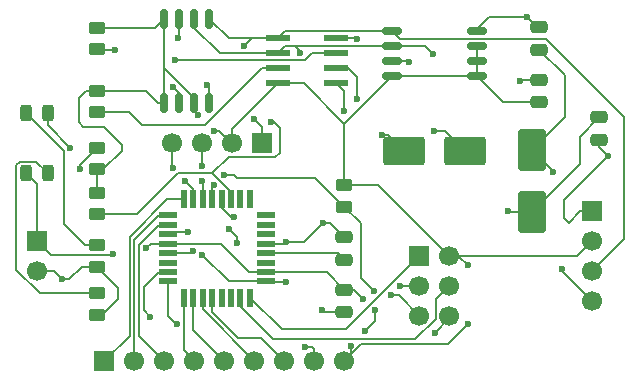
<source format=gtl>
%TF.GenerationSoftware,KiCad,Pcbnew,9.0.2*%
%TF.CreationDate,2025-08-31T01:54:13-04:00*%
%TF.ProjectId,MCU_Datalogger,4d43555f-4461-4746-916c-6f676765722e,1*%
%TF.SameCoordinates,Original*%
%TF.FileFunction,Copper,L1,Top*%
%TF.FilePolarity,Positive*%
%FSLAX46Y46*%
G04 Gerber Fmt 4.6, Leading zero omitted, Abs format (unit mm)*
G04 Created by KiCad (PCBNEW 9.0.2) date 2025-08-31 01:54:13*
%MOMM*%
%LPD*%
G01*
G04 APERTURE LIST*
G04 Aperture macros list*
%AMRoundRect*
0 Rectangle with rounded corners*
0 $1 Rounding radius*
0 $2 $3 $4 $5 $6 $7 $8 $9 X,Y pos of 4 corners*
0 Add a 4 corners polygon primitive as box body*
4,1,4,$2,$3,$4,$5,$6,$7,$8,$9,$2,$3,0*
0 Add four circle primitives for the rounded corners*
1,1,$1+$1,$2,$3*
1,1,$1+$1,$4,$5*
1,1,$1+$1,$6,$7*
1,1,$1+$1,$8,$9*
0 Add four rect primitives between the rounded corners*
20,1,$1+$1,$2,$3,$4,$5,0*
20,1,$1+$1,$4,$5,$6,$7,0*
20,1,$1+$1,$6,$7,$8,$9,0*
20,1,$1+$1,$8,$9,$2,$3,0*%
G04 Aperture macros list end*
%TA.AperFunction,ComponentPad*%
%ADD10C,1.700000*%
%TD*%
%TA.AperFunction,ComponentPad*%
%ADD11R,1.700000X1.700000*%
%TD*%
%TA.AperFunction,SMDPad,CuDef*%
%ADD12RoundRect,0.250000X0.475000X-0.250000X0.475000X0.250000X-0.475000X0.250000X-0.475000X-0.250000X0*%
%TD*%
%TA.AperFunction,SMDPad,CuDef*%
%ADD13RoundRect,0.250000X-0.475000X0.250000X-0.475000X-0.250000X0.475000X-0.250000X0.475000X0.250000X0*%
%TD*%
%TA.AperFunction,SMDPad,CuDef*%
%ADD14RoundRect,0.243750X0.243750X0.456250X-0.243750X0.456250X-0.243750X-0.456250X0.243750X-0.456250X0*%
%TD*%
%TA.AperFunction,SMDPad,CuDef*%
%ADD15RoundRect,0.250001X0.949999X-1.499999X0.949999X1.499999X-0.949999X1.499999X-0.949999X-1.499999X0*%
%TD*%
%TA.AperFunction,SMDPad,CuDef*%
%ADD16RoundRect,0.250001X1.499999X0.949999X-1.499999X0.949999X-1.499999X-0.949999X1.499999X-0.949999X0*%
%TD*%
%TA.AperFunction,SMDPad,CuDef*%
%ADD17RoundRect,0.068750X-0.206250X-0.666250X0.206250X-0.666250X0.206250X0.666250X-0.206250X0.666250X0*%
%TD*%
%TA.AperFunction,SMDPad,CuDef*%
%ADD18RoundRect,0.068750X-0.666250X-0.206250X0.666250X-0.206250X0.666250X0.206250X-0.666250X0.206250X0*%
%TD*%
%TA.AperFunction,SMDPad,CuDef*%
%ADD19RoundRect,0.162500X0.162500X-0.650000X0.162500X0.650000X-0.162500X0.650000X-0.162500X-0.650000X0*%
%TD*%
%TA.AperFunction,SMDPad,CuDef*%
%ADD20RoundRect,0.250000X-0.450000X0.262500X-0.450000X-0.262500X0.450000X-0.262500X0.450000X0.262500X0*%
%TD*%
%TA.AperFunction,SMDPad,CuDef*%
%ADD21RoundRect,0.250000X0.450000X-0.262500X0.450000X0.262500X-0.450000X0.262500X-0.450000X-0.262500X0*%
%TD*%
%TA.AperFunction,SMDPad,CuDef*%
%ADD22RoundRect,0.243750X-0.243750X-0.456250X0.243750X-0.456250X0.243750X0.456250X-0.243750X0.456250X0*%
%TD*%
%TA.AperFunction,SMDPad,CuDef*%
%ADD23RoundRect,0.162500X0.650000X0.162500X-0.650000X0.162500X-0.650000X-0.162500X0.650000X-0.162500X0*%
%TD*%
%TA.AperFunction,SMDPad,CuDef*%
%ADD24RoundRect,0.073750X0.911250X0.221250X-0.911250X0.221250X-0.911250X-0.221250X0.911250X-0.221250X0*%
%TD*%
%TA.AperFunction,ViaPad*%
%ADD25C,0.600000*%
%TD*%
%TA.AperFunction,Conductor*%
%ADD26C,0.200000*%
%TD*%
G04 APERTURE END LIST*
D10*
%TO.P,J2,4,Pin_4*%
%TO.N,/TX*%
X105410000Y-116840000D03*
%TO.P,J2,3,Pin_3*%
%TO.N,/RX*%
X107950000Y-116840000D03*
%TO.P,J2,2,Pin_2*%
%TO.N,/Vcc*%
X110490000Y-116840000D03*
D11*
%TO.P,J2,1,Pin_1*%
%TO.N,GND*%
X113030000Y-116840000D03*
%TD*%
D12*
%TO.P,C2,2*%
%TO.N,Net-(U4-PB6)*%
X141605000Y-114620000D03*
%TO.P,C2,1*%
%TO.N,GND*%
X141605000Y-116520000D03*
%TD*%
D13*
%TO.P,C5,2*%
%TO.N,GND*%
X120015000Y-131125000D03*
%TO.P,C5,1*%
%TO.N,/Vcc*%
X120015000Y-129225000D03*
%TD*%
D14*
%TO.P,D2,2,A*%
%TO.N,/Vcc*%
X93042500Y-119380000D03*
%TO.P,D2,1,K*%
%TO.N,Net-(D2-K)*%
X94917500Y-119380000D03*
%TD*%
D10*
%TO.P,J1,4,Pin_4*%
%TO.N,/SCL*%
X140970000Y-130175000D03*
%TO.P,J1,3,Pin_3*%
%TO.N,/SDA*%
X140970000Y-127635000D03*
%TO.P,J1,2,Pin_2*%
%TO.N,/Vcc*%
X140970000Y-125095000D03*
D11*
%TO.P,J1,1,Pin_1*%
%TO.N,GND*%
X140970000Y-122555000D03*
%TD*%
D10*
%TO.P,J4,6,Pin_6*%
%TO.N,GND*%
X128900000Y-131445000D03*
%TO.P,J4,5,Pin_5*%
%TO.N,/RESET*%
X126360000Y-131445000D03*
%TO.P,J4,4,Pin_4*%
%TO.N,/MOSI*%
X128900000Y-128905000D03*
%TO.P,J4,3,Pin_3*%
%TO.N,/SCK*%
X126360000Y-128905000D03*
%TO.P,J4,2,Pin_2*%
%TO.N,/Vcc*%
X128900000Y-126365000D03*
D11*
%TO.P,J4,1,Pin_1*%
%TO.N,/MISO*%
X126360000Y-126365000D03*
%TD*%
D10*
%TO.P,J3,9,Pin_9*%
%TO.N,/Vcc*%
X120015000Y-135255000D03*
%TO.P,J3,8,Pin_8*%
%TO.N,GND*%
X117475000Y-135255000D03*
%TO.P,J3,7,Pin_7*%
%TO.N,/D8*%
X114935000Y-135255000D03*
%TO.P,J3,6,Pin_6*%
%TO.N,/D7*%
X112395000Y-135255000D03*
%TO.P,J3,5,Pin_5*%
%TO.N,/D6*%
X109855000Y-135255000D03*
%TO.P,J3,4,Pin_4*%
%TO.N,/D5*%
X107315000Y-135255000D03*
%TO.P,J3,3,Pin_3*%
%TO.N,/D4*%
X104775000Y-135255000D03*
%TO.P,J3,2,Pin_2*%
%TO.N,/D3*%
X102235000Y-135255000D03*
D11*
%TO.P,J3,1,Pin_1*%
%TO.N,/D2*%
X99695000Y-135255000D03*
%TD*%
D15*
%TO.P,Y2,1,1*%
%TO.N,Net-(U4-PB6)*%
X135890000Y-122615000D03*
%TO.P,Y2,2,2*%
%TO.N,Net-(U4-PB7)*%
X135890000Y-117415000D03*
%TD*%
D16*
%TO.P,Y1,1,1*%
%TO.N,Net-(U3-X2)*%
X130235000Y-117475000D03*
%TO.P,Y1,2,2*%
%TO.N,Net-(U3-X1)*%
X125035000Y-117475000D03*
%TD*%
D17*
%TO.P,U4,9,PD5*%
%TO.N,/D5*%
X106420000Y-129900000D03*
%TO.P,U4,10,PD6*%
%TO.N,/D6*%
X107220000Y-129900000D03*
%TO.P,U4,11,PD7*%
%TO.N,/D7*%
X108020000Y-129900000D03*
%TO.P,U4,12,PB0*%
%TO.N,/D8*%
X108820000Y-129900000D03*
%TO.P,U4,13,PB1*%
%TO.N,unconnected-(U4-PB1-Pad13)*%
X109620000Y-129900000D03*
%TO.P,U4,14,PB2*%
%TO.N,unconnected-(U4-PB2-Pad14)*%
X110420000Y-129900000D03*
%TO.P,U4,15,PB3*%
%TO.N,/MOSI*%
X111220000Y-129900000D03*
%TO.P,U4,16,PB4*%
%TO.N,/MISO*%
X112020000Y-129900000D03*
%TO.P,U4,25,PC2*%
%TO.N,unconnected-(U4-PC2-Pad25)*%
X112020000Y-121560000D03*
%TO.P,U4,26,PC3*%
%TO.N,unconnected-(U4-PC3-Pad26)*%
X111220000Y-121560000D03*
%TO.P,U4,27,PC4*%
%TO.N,/SDA*%
X110420000Y-121560000D03*
%TO.P,U4,28,PC5*%
%TO.N,/SCL*%
X109620000Y-121560000D03*
%TO.P,U4,29,PC6/~{RESET}*%
%TO.N,/RESET*%
X108820000Y-121560000D03*
%TO.P,U4,30,PD0*%
%TO.N,/RX*%
X108020000Y-121560000D03*
%TO.P,U4,31,PD1*%
%TO.N,/TX*%
X107220000Y-121560000D03*
%TO.P,U4,32,PD2*%
%TO.N,/D2*%
X106420000Y-121560000D03*
D18*
%TO.P,U4,1,PD3*%
%TO.N,/D3*%
X105050000Y-122930000D03*
%TO.P,U4,2,PD4*%
%TO.N,/D4*%
X105050000Y-123730000D03*
%TO.P,U4,3,GND*%
%TO.N,GND*%
X105050000Y-124530000D03*
%TO.P,U4,4,VCC*%
%TO.N,/Vcc*%
X105050000Y-125330000D03*
%TO.P,U4,5,GND*%
%TO.N,GND*%
X105050000Y-126130000D03*
%TO.P,U4,6,VCC*%
%TO.N,unconnected-(U4-VCC-Pad6)*%
X105050000Y-126930000D03*
%TO.P,U4,7,PB6*%
%TO.N,Net-(U4-PB6)*%
X105050000Y-127730000D03*
%TO.P,U4,8,PB7*%
%TO.N,Net-(U4-PB7)*%
X105050000Y-128530000D03*
%TO.P,U4,17,PB5*%
%TO.N,/SCK*%
X113390000Y-128530000D03*
%TO.P,U4,18,AVCC*%
%TO.N,/Vcc*%
X113390000Y-127730000D03*
%TO.P,U4,19,ADC6*%
%TO.N,unconnected-(U4-ADC6-Pad19)*%
X113390000Y-126930000D03*
%TO.P,U4,20,AREF*%
%TO.N,Net-(U4-AREF)*%
X113390000Y-126130000D03*
%TO.P,U4,21,GND*%
%TO.N,GND*%
X113390000Y-125330000D03*
%TO.P,U4,22,ADC7*%
%TO.N,unconnected-(U4-ADC7-Pad22)*%
X113390000Y-124530000D03*
%TO.P,U4,23,PC0*%
%TO.N,unconnected-(U4-PC0-Pad23)*%
X113390000Y-123730000D03*
%TO.P,U4,24,PC1*%
%TO.N,unconnected-(U4-PC1-Pad24)*%
X113390000Y-122930000D03*
%TD*%
D19*
%TO.P,U2,1,A0*%
%TO.N,/Vcc*%
X104775000Y-113442500D03*
%TO.P,U2,2,A1*%
%TO.N,GND*%
X106045000Y-113442500D03*
%TO.P,U2,3,A2*%
%TO.N,/Vcc*%
X107315000Y-113442500D03*
%TO.P,U2,4,GND*%
%TO.N,GND*%
X108585000Y-113442500D03*
%TO.P,U2,5,SDA*%
%TO.N,/SDA*%
X108585000Y-106267500D03*
%TO.P,U2,6,SCL*%
%TO.N,/SCL*%
X107315000Y-106267500D03*
%TO.P,U2,7,WP*%
%TO.N,GND*%
X106045000Y-106267500D03*
%TO.P,U2,8,VCC*%
%TO.N,/Vcc*%
X104775000Y-106267500D03*
%TD*%
D20*
%TO.P,R7,1*%
%TO.N,Net-(D2-K)*%
X99060000Y-129540000D03*
%TO.P,R7,2*%
%TO.N,GND*%
X99060000Y-131365000D03*
%TD*%
%TO.P,R6,1*%
%TO.N,/Vcc*%
X120015000Y-120372500D03*
%TO.P,R6,2*%
%TO.N,/RESET*%
X120015000Y-122197500D03*
%TD*%
D21*
%TO.P,R5,1*%
%TO.N,GND*%
X99060000Y-127277500D03*
%TO.P,R5,2*%
%TO.N,Net-(D1-K)*%
X99060000Y-125452500D03*
%TD*%
D20*
%TO.P,R4,1*%
%TO.N,/Vcc*%
X99060000Y-121007500D03*
%TO.P,R4,2*%
%TO.N,/SDA*%
X99060000Y-122832500D03*
%TD*%
D21*
%TO.P,R3,1*%
%TO.N,/Vcc*%
X99060000Y-119022500D03*
%TO.P,R3,2*%
%TO.N,/SCL*%
X99060000Y-117197500D03*
%TD*%
D20*
%TO.P,R2,1*%
%TO.N,/Vcc*%
X99060000Y-112395000D03*
%TO.P,R2,2*%
%TO.N,Net-(U3-SQW{slash}~INT)*%
X99060000Y-114220000D03*
%TD*%
D21*
%TO.P,R1,1*%
%TO.N,Net-(U3-~{INTA})*%
X99060000Y-108862500D03*
%TO.P,R1,2*%
%TO.N,/Vcc*%
X99060000Y-107037500D03*
%TD*%
D22*
%TO.P,D1,1,K*%
%TO.N,Net-(D1-K)*%
X93042500Y-114300000D03*
%TO.P,D1,2,A*%
%TO.N,/SCK*%
X94917500Y-114300000D03*
%TD*%
D13*
%TO.P,C4,1*%
%TO.N,GND*%
X120015000Y-124780000D03*
%TO.P,C4,2*%
%TO.N,Net-(U4-AREF)*%
X120015000Y-126680000D03*
%TD*%
%TO.P,C3,1*%
%TO.N,GND*%
X136525000Y-107000000D03*
%TO.P,C3,2*%
%TO.N,Net-(U4-PB7)*%
X136525000Y-108900000D03*
%TD*%
D12*
%TO.P,C1,1*%
%TO.N,/Vcc*%
X136525000Y-113345000D03*
%TO.P,C1,2*%
%TO.N,GND*%
X136525000Y-111445000D03*
%TD*%
D11*
%TO.P,BT1,1,+*%
%TO.N,/Vcc*%
X93980000Y-125095000D03*
D10*
%TO.P,BT1,2,-*%
%TO.N,GND*%
X93980000Y-127635000D03*
%TD*%
D23*
%TO.P,U1,1,A0*%
%TO.N,/Vcc*%
X131222500Y-111125000D03*
%TO.P,U1,2,A1*%
X131222500Y-109855000D03*
%TO.P,U1,3,A2*%
X131222500Y-108585000D03*
%TO.P,U1,4,GND*%
%TO.N,GND*%
X131222500Y-107315000D03*
%TO.P,U1,5,SDA*%
%TO.N,/SDA*%
X124047500Y-107315000D03*
%TO.P,U1,6,SCL*%
%TO.N,/SCL*%
X124047500Y-108585000D03*
%TO.P,U1,7,WP*%
%TO.N,GND*%
X124047500Y-109855000D03*
%TO.P,U1,8,VCC*%
%TO.N,/Vcc*%
X124047500Y-111125000D03*
%TD*%
D24*
%TO.P,U3,1,X1*%
%TO.N,Net-(U3-X1)*%
X119315000Y-111760000D03*
%TO.P,U3,2,X2*%
%TO.N,Net-(U3-X2)*%
X119315000Y-110490000D03*
%TO.P,U3,3,~{INTA}*%
%TO.N,Net-(U3-~{INTA})*%
X119315000Y-109220000D03*
%TO.P,U3,4,GND*%
%TO.N,GND*%
X119315000Y-107950000D03*
%TO.P,U3,5,SDA*%
%TO.N,/SDA*%
X114365000Y-107950000D03*
%TO.P,U3,6,SCL*%
%TO.N,/SCL*%
X114365000Y-109220000D03*
%TO.P,U3,7,SQW/~INT*%
%TO.N,Net-(U3-SQW{slash}~INT)*%
X114365000Y-110490000D03*
%TO.P,U3,8,VCC*%
%TO.N,/Vcc*%
X114365000Y-111760000D03*
%TD*%
D25*
%TO.N,GND*%
X107200000Y-125930000D03*
%TO.N,/SCL*%
X127525000Y-109250000D03*
X138425000Y-127500000D03*
%TO.N,/SCK*%
X96798999Y-117247978D03*
X108000000Y-126250000D03*
%TO.N,/SCL*%
X97600000Y-119000000D03*
X116275000Y-109216000D03*
X110700000Y-123075000D03*
%TO.N,/Vcc*%
X120550000Y-134025000D03*
X121750000Y-132750000D03*
X122625000Y-130950000D03*
X121625000Y-129975000D03*
%TO.N,GND*%
X127650000Y-132900000D03*
X116725000Y-134050000D03*
X118110000Y-130950000D03*
X118250000Y-123550000D03*
X115100000Y-125200000D03*
X96150000Y-128350000D03*
X112350000Y-114800000D03*
X108350000Y-111900000D03*
X105493235Y-112056765D03*
X105950000Y-107950000D03*
X121050000Y-107985000D03*
X125500000Y-109950000D03*
X142350000Y-117900000D03*
X134850000Y-111550000D03*
%TO.N,/RESET*%
X108954391Y-120345609D03*
X109827921Y-119522079D03*
%TO.N,/SDA*%
X111550000Y-108620000D03*
X113800000Y-115050000D03*
%TO.N,/RESET*%
X122500000Y-129300000D03*
X123950000Y-129694000D03*
%TO.N,Net-(U3-X1)*%
X123190000Y-116150000D03*
%TO.N,Net-(U3-X2)*%
X127600000Y-115800000D03*
X121050000Y-113100000D03*
%TO.N,Net-(U3-X1)*%
X120000000Y-114100000D03*
%TO.N,/Vcc*%
X109000000Y-115750000D03*
X107650000Y-114433500D03*
%TO.N,Net-(U3-~{INTA})*%
X100584000Y-108966000D03*
X105650000Y-109800000D03*
%TO.N,/SCK*%
X124745000Y-128905000D03*
X115050000Y-128600000D03*
%TO.N,Net-(U4-PB6)*%
X133900000Y-122550000D03*
X103600000Y-131550000D03*
%TO.N,/Vcc*%
X130450000Y-127154000D03*
X130500000Y-132150000D03*
%TO.N,Net-(U4-PB7)*%
X137650000Y-119250000D03*
X105820000Y-132150000D03*
%TO.N,/RX*%
X107950000Y-118780000D03*
X108000000Y-120050000D03*
%TO.N,/TX*%
X105493735Y-118955735D03*
X106550000Y-120000000D03*
%TO.N,/Vcc*%
X103250000Y-125700000D03*
X100450000Y-126200000D03*
%TO.N,GND*%
X135450000Y-106100000D03*
X106750000Y-124350000D03*
X110950000Y-125300000D03*
X110225000Y-124050000D03*
%TD*%
D26*
%TO.N,GND*%
X105230000Y-124350000D02*
X105050000Y-124530000D01*
X107000000Y-126130000D02*
X107200000Y-125930000D01*
X105050000Y-126130000D02*
X107000000Y-126130000D01*
%TO.N,/SCL*%
X126860000Y-108585000D02*
X124047500Y-108585000D01*
X127525000Y-109250000D02*
X126860000Y-108585000D01*
X138425000Y-127630000D02*
X138425000Y-127500000D01*
X140970000Y-130175000D02*
X138425000Y-127630000D01*
%TO.N,/SCK*%
X96798999Y-117198999D02*
X94917500Y-115317500D01*
X96798999Y-117247978D02*
X96798999Y-117198999D01*
X94917500Y-115317500D02*
X94917500Y-114300000D01*
X110280000Y-128530000D02*
X108000000Y-126250000D01*
X113390000Y-128530000D02*
X110280000Y-128530000D01*
%TO.N,/SCL*%
X97600000Y-118657500D02*
X99060000Y-117197500D01*
X97600000Y-119000000D02*
X97600000Y-118657500D01*
X116275000Y-109216000D02*
X116275000Y-108985000D01*
X115875000Y-108585000D02*
X115000000Y-108585000D01*
X116275000Y-108985000D02*
X115875000Y-108585000D01*
X110400000Y-123075000D02*
X110700000Y-123075000D01*
X109620000Y-121560000D02*
X109620000Y-122295000D01*
X109620000Y-122295000D02*
X110400000Y-123075000D01*
X107315000Y-107079999D02*
X107315000Y-106267500D01*
X109455001Y-109220000D02*
X107315000Y-107079999D01*
%TO.N,/Vcc*%
X120550000Y-134720000D02*
X120015000Y-135255000D01*
X120550000Y-134025000D02*
X120550000Y-134720000D01*
X122625000Y-131875000D02*
X121750000Y-132750000D01*
X122625000Y-130950000D02*
X122625000Y-131875000D01*
%TO.N,/MOSI*%
X114010000Y-133425000D02*
X126007760Y-133425000D01*
X126007760Y-133425000D02*
X127749000Y-131683760D01*
X111220000Y-130635000D02*
X114010000Y-133425000D01*
X127749000Y-131683760D02*
X127749000Y-130056000D01*
X127749000Y-130056000D02*
X128900000Y-128905000D01*
X111220000Y-129900000D02*
X111220000Y-130635000D01*
%TO.N,GND*%
X117475000Y-134264000D02*
X117261000Y-134050000D01*
X117261000Y-134050000D02*
X116725000Y-134050000D01*
X117475000Y-135255000D02*
X117475000Y-134264000D01*
%TO.N,/Vcc*%
X120015000Y-129225000D02*
X120875000Y-129225000D01*
X120875000Y-129225000D02*
X121625000Y-129975000D01*
%TO.N,GND*%
X100838000Y-129055500D02*
X99060000Y-127277500D01*
X99521000Y-131365000D02*
X100838000Y-130048000D01*
X99060000Y-131365000D02*
X99521000Y-131365000D01*
X100838000Y-130048000D02*
X100838000Y-129055500D01*
X97766500Y-127277500D02*
X99060000Y-127277500D01*
X96150000Y-128350000D02*
X96694000Y-128350000D01*
X96694000Y-128350000D02*
X97766500Y-127277500D01*
X96150000Y-128350000D02*
X96200000Y-128300000D01*
X139995000Y-122555000D02*
X140970000Y-122555000D01*
X139005000Y-123545000D02*
X138650000Y-123190000D01*
X138650000Y-123190000D02*
X138650000Y-121600000D01*
X138650000Y-121600000D02*
X142350000Y-117900000D01*
X139005000Y-123545000D02*
X139995000Y-122555000D01*
X135450000Y-106100000D02*
X132250000Y-106100000D01*
X132250000Y-106100000D02*
X131900000Y-106450000D01*
X128900000Y-131650000D02*
X127650000Y-132900000D01*
X128900000Y-131445000D02*
X128900000Y-131650000D01*
X116600000Y-125200000D02*
X118250000Y-123550000D01*
X115100000Y-125200000D02*
X116600000Y-125200000D01*
X118285000Y-131125000D02*
X120015000Y-131125000D01*
X118110000Y-130950000D02*
X118285000Y-131125000D01*
X118785000Y-123550000D02*
X118250000Y-123550000D01*
X120015000Y-124780000D02*
X118785000Y-123550000D01*
X114970000Y-125330000D02*
X115100000Y-125200000D01*
X113390000Y-125330000D02*
X114970000Y-125330000D01*
X95435000Y-127635000D02*
X96150000Y-128350000D01*
X93980000Y-127635000D02*
X95435000Y-127635000D01*
X113030000Y-115480000D02*
X112350000Y-114800000D01*
X113030000Y-116840000D02*
X113030000Y-115480000D01*
X108585000Y-112135000D02*
X108350000Y-111900000D01*
X108585000Y-113442500D02*
X108585000Y-112135000D01*
X106045000Y-112608530D02*
X105493235Y-112056765D01*
X106045000Y-113442500D02*
X106045000Y-112608530D01*
X106045000Y-107855000D02*
X105950000Y-107950000D01*
X106045000Y-106267500D02*
X106045000Y-107855000D01*
X121015000Y-107950000D02*
X121050000Y-107985000D01*
X119315000Y-107950000D02*
X121015000Y-107950000D01*
X125405000Y-109855000D02*
X125500000Y-109950000D01*
X124047500Y-109855000D02*
X125405000Y-109855000D01*
X131222500Y-107127500D02*
X131900000Y-106450000D01*
X131222500Y-107315000D02*
X131222500Y-107127500D01*
X136350000Y-107000000D02*
X135450000Y-106100000D01*
X136525000Y-107000000D02*
X136350000Y-107000000D01*
X141605000Y-117155000D02*
X142350000Y-117900000D01*
X141605000Y-116520000D02*
X141605000Y-117155000D01*
X134955000Y-111445000D02*
X134850000Y-111550000D01*
X136525000Y-111445000D02*
X134955000Y-111445000D01*
%TO.N,/RESET*%
X109827921Y-119522079D02*
X110672079Y-119522079D01*
X110672079Y-119522079D02*
X110900000Y-119750000D01*
X108820000Y-121560000D02*
X108820000Y-120480000D01*
X108820000Y-120480000D02*
X108954391Y-120345609D01*
X117567500Y-119750000D02*
X120015000Y-122197500D01*
X110900000Y-119750000D02*
X117567500Y-119750000D01*
%TO.N,/SDA*%
X112220000Y-107950000D02*
X114365000Y-107950000D01*
X111550000Y-108620000D02*
X112220000Y-107950000D01*
X114034000Y-115050000D02*
X113800000Y-115050000D01*
X114554000Y-117618000D02*
X114554000Y-115570000D01*
X114554000Y-115570000D02*
X114034000Y-115050000D01*
X114181000Y-117991000D02*
X114554000Y-117618000D01*
X110226312Y-117991000D02*
X114181000Y-117991000D01*
X108837312Y-119380000D02*
X110226312Y-117991000D01*
%TO.N,Net-(D2-K)*%
X92254000Y-118691354D02*
X92254000Y-127536760D01*
X92566354Y-118379000D02*
X92254000Y-118691354D01*
X93916500Y-118379000D02*
X92566354Y-118379000D01*
X94257240Y-129540000D02*
X99060000Y-129540000D01*
X94917500Y-119380000D02*
X93916500Y-118379000D01*
X92254000Y-127536760D02*
X94257240Y-129540000D01*
%TO.N,/Vcc*%
X103188000Y-112395000D02*
X104235500Y-113442500D01*
X99060000Y-112395000D02*
X103188000Y-112395000D01*
%TO.N,Net-(U3-SQW{slash}~INT)*%
X102870000Y-115316000D02*
X108183990Y-115316000D01*
X101774000Y-114220000D02*
X102870000Y-115316000D01*
X108183990Y-115316000D02*
X113009990Y-110490000D01*
X113009990Y-110490000D02*
X114365000Y-110490000D01*
X99060000Y-114220000D02*
X101774000Y-114220000D01*
%TO.N,/Vcc*%
X97908500Y-115434500D02*
X99634443Y-115434500D01*
X97536000Y-113030000D02*
X97536000Y-115062000D01*
X98171000Y-112395000D02*
X97536000Y-113030000D01*
X97536000Y-115062000D02*
X97908500Y-115434500D01*
X99060000Y-112395000D02*
X98171000Y-112395000D01*
X101151000Y-116951057D02*
X99634443Y-115434500D01*
X101151000Y-117448943D02*
X101151000Y-116951057D01*
X99577443Y-119022500D02*
X101151000Y-117448943D01*
X99060000Y-119022500D02*
X99577443Y-119022500D01*
%TO.N,/RESET*%
X121412000Y-123594500D02*
X120015000Y-122197500D01*
X121412000Y-128212000D02*
X121412000Y-123594500D01*
X122500000Y-129300000D02*
X121412000Y-128212000D01*
X124609000Y-129694000D02*
X123950000Y-129694000D01*
X126360000Y-131445000D02*
X124609000Y-129694000D01*
%TO.N,Net-(U3-X1)*%
X123710000Y-116150000D02*
X125035000Y-117475000D01*
X123190000Y-116150000D02*
X123710000Y-116150000D01*
X120000000Y-112445000D02*
X119315000Y-111760000D01*
X120000000Y-114100000D02*
X120000000Y-112445000D01*
%TO.N,Net-(U3-X2)*%
X128560000Y-115800000D02*
X130235000Y-117475000D01*
X127600000Y-115800000D02*
X128560000Y-115800000D01*
X121050000Y-111240000D02*
X121050000Y-113100000D01*
X120300000Y-110490000D02*
X121050000Y-111240000D01*
X119315000Y-110490000D02*
X120300000Y-110490000D01*
%TO.N,/Vcc*%
X116617500Y-111760000D02*
X120015000Y-115157500D01*
X114365000Y-111760000D02*
X116617500Y-111760000D01*
X109400000Y-115750000D02*
X110490000Y-116840000D01*
X109000000Y-115750000D02*
X109400000Y-115750000D01*
X107315000Y-114098500D02*
X107650000Y-114433500D01*
X107315000Y-113442500D02*
X107315000Y-114098500D01*
%TO.N,Net-(U3-~{INTA})*%
X99163500Y-108966000D02*
X99060000Y-108862500D01*
X100584000Y-108966000D02*
X99163500Y-108966000D01*
X105666000Y-109816000D02*
X105650000Y-109800000D01*
X116703520Y-109816000D02*
X105666000Y-109816000D01*
X117299520Y-109220000D02*
X116703520Y-109816000D01*
%TO.N,/Vcc*%
X110490000Y-115635000D02*
X110490000Y-116840000D01*
X114365000Y-111760000D02*
X110490000Y-115635000D01*
%TO.N,Net-(U3-~{INTA})*%
X119315000Y-109220000D02*
X117299520Y-109220000D01*
%TO.N,/SDA*%
X137095160Y-107959000D02*
X143699000Y-114562840D01*
X143699000Y-124906000D02*
X140970000Y-127635000D01*
X124691500Y-107959000D02*
X137095160Y-107959000D01*
X143699000Y-114562840D02*
X143699000Y-124906000D01*
X124047500Y-107315000D02*
X124691500Y-107959000D01*
%TO.N,/Vcc*%
X124047500Y-111125000D02*
X131222500Y-111125000D01*
X131222500Y-109855000D02*
X131222500Y-108585000D01*
X131222500Y-111125000D02*
X131222500Y-109855000D01*
X133442500Y-113345000D02*
X131222500Y-111125000D01*
X136525000Y-113345000D02*
X133442500Y-113345000D01*
%TO.N,Net-(U4-PB7)*%
X138684000Y-114621000D02*
X138684000Y-111059000D01*
X135890000Y-117415000D02*
X138684000Y-114621000D01*
X138684000Y-111059000D02*
X136525000Y-108900000D01*
%TO.N,Net-(U4-PB6)*%
X139954000Y-116271000D02*
X141605000Y-114620000D01*
X139954000Y-118551000D02*
X139954000Y-116271000D01*
X135890000Y-122615000D02*
X139954000Y-118551000D01*
%TO.N,/SCK*%
X124745000Y-128905000D02*
X126360000Y-128905000D01*
X113460000Y-128600000D02*
X113390000Y-128530000D01*
X115050000Y-128600000D02*
X113460000Y-128600000D01*
%TO.N,Net-(U4-PB6)*%
X133965000Y-122615000D02*
X135890000Y-122615000D01*
X103037000Y-130556000D02*
X103037000Y-130987000D01*
X133900000Y-122550000D02*
X133965000Y-122615000D01*
X103037000Y-129008000D02*
X103037000Y-130556000D01*
X103037000Y-130987000D02*
X103600000Y-131550000D01*
X104315000Y-127730000D02*
X103037000Y-129008000D01*
X105050000Y-127730000D02*
X104315000Y-127730000D01*
%TO.N,/Vcc*%
X129661000Y-126365000D02*
X129540000Y-126365000D01*
X130450000Y-127154000D02*
X129661000Y-126365000D01*
X129540000Y-126365000D02*
X128900000Y-126365000D01*
X128792000Y-133858000D02*
X130500000Y-132150000D01*
X121412000Y-133858000D02*
X128792000Y-133858000D01*
%TO.N,Net-(U4-PB7)*%
X137650000Y-119175000D02*
X135890000Y-117415000D01*
X137650000Y-119250000D02*
X137650000Y-119175000D01*
X105050000Y-131466000D02*
X105734000Y-132150000D01*
X105734000Y-132150000D02*
X105820000Y-132150000D01*
X105050000Y-128530000D02*
X105050000Y-131466000D01*
%TO.N,/SCL*%
X99062500Y-117200000D02*
X99060000Y-117197500D01*
%TO.N,/RX*%
X107950000Y-118780000D02*
X107950000Y-116840000D01*
X108020000Y-120070000D02*
X108000000Y-120050000D01*
X108020000Y-121560000D02*
X108020000Y-120070000D01*
%TO.N,/TX*%
X105410000Y-118872000D02*
X105410000Y-116840000D01*
X105493735Y-118955735D02*
X105410000Y-118872000D01*
X107220000Y-120670000D02*
X106550000Y-120000000D01*
X107220000Y-121560000D02*
X107220000Y-120670000D01*
%TO.N,/SDA*%
X108837312Y-119380000D02*
X110420000Y-120962688D01*
X105918000Y-119380000D02*
X108837312Y-119380000D01*
X110420000Y-120962688D02*
X110420000Y-121560000D01*
X102465500Y-122832500D02*
X105918000Y-119380000D01*
X99060000Y-122832500D02*
X102465500Y-122832500D01*
%TO.N,/Vcc*%
X109582000Y-125330000D02*
X105050000Y-125330000D01*
X111982000Y-127730000D02*
X109582000Y-125330000D01*
X113390000Y-127730000D02*
X111982000Y-127730000D01*
X120015000Y-129225000D02*
X118520000Y-127730000D01*
X118520000Y-127730000D02*
X113390000Y-127730000D01*
%TO.N,Net-(U4-AREF)*%
X119465000Y-126130000D02*
X113390000Y-126130000D01*
X120015000Y-126680000D02*
X119465000Y-126130000D01*
%TO.N,/MISO*%
X114708000Y-132588000D02*
X120137000Y-132588000D01*
X112020000Y-129900000D02*
X114708000Y-132588000D01*
X120137000Y-132588000D02*
X126360000Y-126365000D01*
%TO.N,/Vcc*%
X103250000Y-125700000D02*
X103620000Y-125330000D01*
X103620000Y-125330000D02*
X105050000Y-125330000D01*
%TO.N,/D4*%
X102636000Y-125409000D02*
X104315000Y-123730000D01*
X102636000Y-133116000D02*
X102636000Y-125409000D01*
X104315000Y-123730000D02*
X105050000Y-123730000D01*
X104775000Y-135255000D02*
X102636000Y-133116000D01*
%TO.N,/Vcc*%
X100384000Y-126266000D02*
X100450000Y-126200000D01*
X95151000Y-126266000D02*
X100384000Y-126266000D01*
X93980000Y-125095000D02*
X95151000Y-126266000D01*
X93980000Y-120317500D02*
X93042500Y-119380000D01*
X93980000Y-125095000D02*
X93980000Y-120317500D01*
X99060000Y-119022500D02*
X99060000Y-121007500D01*
%TO.N,Net-(D1-K)*%
X96266000Y-123698000D02*
X98020500Y-125452500D01*
X96266000Y-117523500D02*
X96266000Y-123698000D01*
X98020500Y-125452500D02*
X99060000Y-125452500D01*
X93042500Y-114300000D02*
X96266000Y-117523500D01*
%TO.N,/Vcc*%
X104775000Y-113442500D02*
X104235500Y-113442500D01*
X107315000Y-113442500D02*
X107315000Y-113030000D01*
X107315000Y-113030000D02*
X104775000Y-110490000D01*
X104775000Y-110490000D02*
X104775000Y-113442500D01*
X104775000Y-106267500D02*
X104775000Y-110490000D01*
X104005000Y-107037500D02*
X99060000Y-107037500D01*
X104775000Y-106267500D02*
X104005000Y-107037500D01*
%TO.N,/SDA*%
X110267500Y-107950000D02*
X108585000Y-106267500D01*
X114365000Y-107950000D02*
X110267500Y-107950000D01*
X115000000Y-107315000D02*
X114365000Y-107950000D01*
X124047500Y-107315000D02*
X115000000Y-107315000D01*
%TO.N,/SCL*%
X124047500Y-108585000D02*
X115875000Y-108585000D01*
X115000000Y-108585000D02*
X114365000Y-109220000D01*
%TO.N,/Vcc*%
X120015000Y-115157500D02*
X120015000Y-120372500D01*
X124047500Y-111125000D02*
X120015000Y-115157500D01*
X122907500Y-120372500D02*
X128900000Y-126365000D01*
X120015000Y-120372500D02*
X122907500Y-120372500D01*
X139700000Y-126365000D02*
X129540000Y-126365000D01*
X140970000Y-125095000D02*
X139700000Y-126365000D01*
X120015000Y-135255000D02*
X121412000Y-133858000D01*
%TO.N,/D8*%
X108820000Y-131112900D02*
X108820000Y-129900000D01*
X111027550Y-133320450D02*
X108820000Y-131112900D01*
X113000450Y-133320450D02*
X111027550Y-133320450D01*
X114935000Y-135255000D02*
X113000450Y-133320450D01*
%TO.N,/D7*%
X108020000Y-130880000D02*
X108020000Y-129900000D01*
X112395000Y-135255000D02*
X108020000Y-130880000D01*
%TO.N,/D6*%
X107220000Y-132620000D02*
X107220000Y-129900000D01*
X109855000Y-135255000D02*
X107220000Y-132620000D01*
%TO.N,/D5*%
X106420000Y-134360000D02*
X106420000Y-129900000D01*
X107315000Y-135255000D02*
X106420000Y-134360000D01*
%TO.N,/D2*%
X105022688Y-121560000D02*
X106420000Y-121560000D01*
X101834000Y-124748688D02*
X105022688Y-121560000D01*
X101834000Y-133116000D02*
X101834000Y-124748688D01*
X99695000Y-135255000D02*
X101834000Y-133116000D01*
%TO.N,/D3*%
X102235000Y-125010000D02*
X104315000Y-122930000D01*
X104315000Y-122930000D02*
X105050000Y-122930000D01*
X102235000Y-135255000D02*
X102235000Y-125010000D01*
%TO.N,/SCL*%
X109455001Y-109220000D02*
X114365000Y-109220000D01*
%TO.N,GND*%
X106750000Y-124350000D02*
X105230000Y-124350000D01*
X110950000Y-125300000D02*
X110950000Y-124775000D01*
X110950000Y-124775000D02*
X110225000Y-124050000D01*
%TD*%
M02*

</source>
